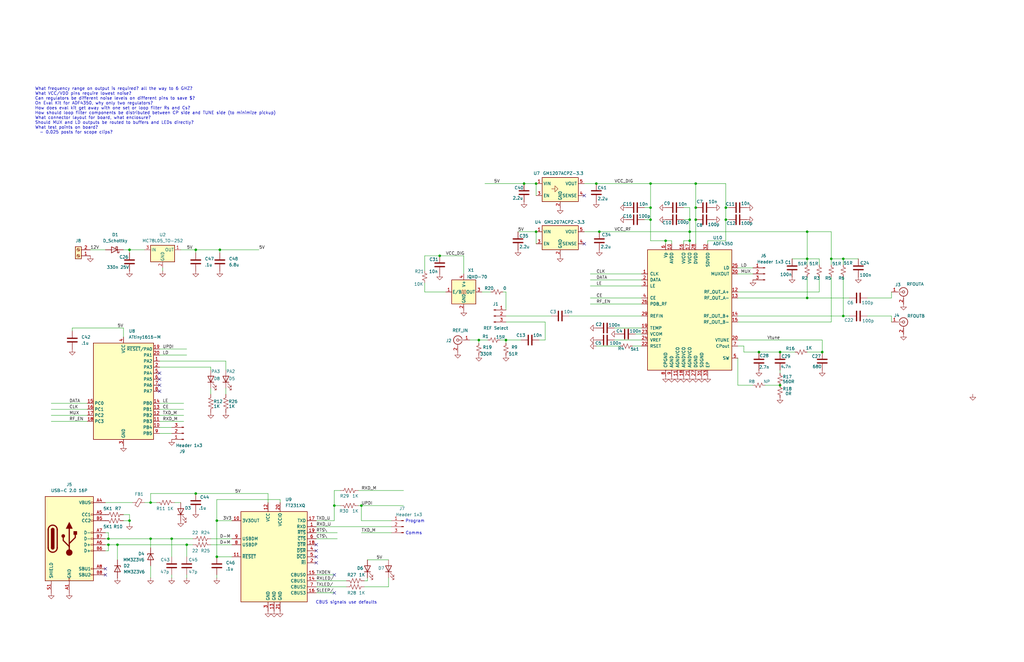
<source format=kicad_sch>
(kicad_sch (version 20231120) (generator "eeschema") (generator_version "8.0")
  (paper "B")
  (junction (at 251.46 77.47))
  (junction (at 340.36 97.79))
  (junction (at 328.93 148.59))
  (junction (at 45.72 227.33))
  (junction (at 306.07 92.71))
  (junction (at 78.74 229.87))
  (junction (at 290.83 97.79))
  (junction (at 274.32 77.47))
  (junction (at 140.97 213.36))
  (junction (at 54.61 105.41))
  (junction (at 328.93 162.56))
  (junction (at 274.32 92.71))
  (junction (at 252.73 97.79))
  (junction (at 63.5 212.09))
  (junction (at 226.06 97.79))
  (junction (at 293.37 77.47))
  (junction (at 201.93 143.51))
  (junction (at 350.52 109.22))
  (junction (at 280.67 101.6))
  (junction (at 213.36 143.51))
  (junction (at 355.6 133.35))
  (junction (at 92.71 105.41))
  (junction (at 340.36 109.22))
  (junction (at 91.44 234.95))
  (junction (at 340.36 125.73))
  (junction (at 49.53 229.87))
  (junction (at 91.44 219.71))
  (junction (at 152.4 213.36))
  (junction (at 72.39 227.33))
  (junction (at 293.37 92.71))
  (junction (at 293.37 87.63))
  (junction (at 355.6 109.22))
  (junction (at 185.42 107.95))
  (junction (at 82.55 105.41))
  (junction (at 274.32 87.63))
  (junction (at 226.06 77.47))
  (junction (at 54.61 219.71))
  (junction (at 63.5 227.33))
  (junction (at 45.72 229.87))
  (junction (at 290.83 92.71))
  (junction (at 346.71 148.59))
  (junction (at 320.04 148.59))
  (junction (at 82.55 208.28))
  (junction (at 290.83 101.6))
  (junction (at 220.98 77.47))
  (junction (at 306.07 87.63))
  (no_connect (at 140.97 250.19))
  (no_connect (at 246.38 102.87))
  (no_connect (at 140.97 242.57))
  (no_connect (at 133.35 237.49))
  (no_connect (at 67.31 160.02))
  (no_connect (at 67.31 157.48))
  (no_connect (at 44.45 240.03))
  (no_connect (at 246.38 82.55))
  (no_connect (at 44.45 242.57))
  (no_connect (at 133.35 229.87))
  (no_connect (at 67.31 162.56))
  (no_connect (at 133.35 232.41))
  (no_connect (at 67.31 165.1))
  (no_connect (at 133.35 234.95))
  (wire (pts (xy 213.36 123.19) (xy 212.09 123.19)))
  (wire (pts (xy 82.55 106.68) (xy 82.55 105.41)))
  (wire (pts (xy 154.94 236.22) (xy 163.83 236.22)))
  (wire (pts (xy 198.12 143.51) (xy 201.93 143.51)))
  (wire (pts (xy 49.53 236.22) (xy 49.53 229.87)))
  (wire (pts (xy 133.35 224.79) (xy 142.24 224.79)))
  (wire (pts (xy 54.61 219.71) (xy 54.61 220.98)))
  (wire (pts (xy 21.59 170.18) (xy 36.83 170.18)))
  (wire (pts (xy 201.93 144.78) (xy 201.93 143.51)))
  (wire (pts (xy 311.15 133.35) (xy 355.6 133.35)))
  (wire (pts (xy 252.73 97.79) (xy 290.83 97.79)))
  (wire (pts (xy 45.72 229.87) (xy 45.72 232.41)))
  (wire (pts (xy 248.92 115.57) (xy 270.51 115.57)))
  (wire (pts (xy 67.31 182.88) (xy 72.39 182.88)))
  (wire (pts (xy 140.97 207.01) (xy 140.97 213.36)))
  (wire (pts (xy 226.06 77.47) (xy 226.06 82.55)))
  (wire (pts (xy 274.32 87.63) (xy 274.32 92.71)))
  (wire (pts (xy 290.83 87.63) (xy 288.29 87.63)))
  (wire (pts (xy 345.44 116.84) (xy 345.44 123.19)))
  (wire (pts (xy 45.72 229.87) (xy 49.53 229.87)))
  (wire (pts (xy 229.87 135.89) (xy 229.87 143.51)))
  (wire (pts (xy 290.83 87.63) (xy 290.83 92.71)))
  (wire (pts (xy 320.04 148.59) (xy 328.93 148.59)))
  (wire (pts (xy 52.07 138.43) (xy 52.07 142.24)))
  (wire (pts (xy 44.45 232.41) (xy 45.72 232.41)))
  (wire (pts (xy 63.5 243.84) (xy 63.5 238.76)))
  (wire (pts (xy 248.92 120.65) (xy 270.51 120.65)))
  (wire (pts (xy 88.9 163.83) (xy 88.9 166.37)))
  (wire (pts (xy 350.52 109.22) (xy 355.6 109.22)))
  (wire (pts (xy 133.35 245.11) (xy 146.05 245.11)))
  (wire (pts (xy 313.69 148.59) (xy 320.04 148.59)))
  (wire (pts (xy 328.93 148.59) (xy 335.28 148.59)))
  (wire (pts (xy 76.2 105.41) (xy 82.55 105.41)))
  (wire (pts (xy 226.06 97.79) (xy 226.06 102.87)))
  (wire (pts (xy 307.34 87.63) (xy 306.07 87.63)))
  (wire (pts (xy 213.36 133.35) (xy 232.41 133.35)))
  (wire (pts (xy 219.71 143.51) (xy 213.36 143.51)))
  (wire (pts (xy 350.52 109.22) (xy 350.52 111.76)))
  (wire (pts (xy 204.47 77.47) (xy 220.98 77.47)))
  (wire (pts (xy 340.36 116.84) (xy 340.36 125.73)))
  (wire (pts (xy 154.94 245.11) (xy 153.67 245.11)))
  (wire (pts (xy 274.32 92.71) (xy 274.32 101.6)))
  (wire (pts (xy 340.36 97.79) (xy 350.52 97.79)))
  (wire (pts (xy 179.07 114.3) (xy 179.07 107.95)))
  (wire (pts (xy 67.31 180.34) (xy 72.39 180.34)))
  (wire (pts (xy 248.92 125.73) (xy 270.51 125.73)))
  (wire (pts (xy 328.93 157.48) (xy 328.93 156.21)))
  (wire (pts (xy 44.45 229.87) (xy 45.72 229.87)))
  (wire (pts (xy 21.59 175.26) (xy 36.83 175.26)))
  (wire (pts (xy 67.31 154.94) (xy 88.9 154.94)))
  (wire (pts (xy 63.5 208.28) (xy 82.55 208.28)))
  (wire (pts (xy 63.5 212.09) (xy 63.5 208.28)))
  (wire (pts (xy 133.35 222.25) (xy 165.1 222.25)))
  (wire (pts (xy 375.92 125.73) (xy 375.92 123.19)))
  (wire (pts (xy 54.61 105.41) (xy 54.61 106.68)))
  (wire (pts (xy 350.52 116.84) (xy 350.52 135.89)))
  (wire (pts (xy 355.6 133.35) (xy 358.14 133.35)))
  (wire (pts (xy 92.71 105.41) (xy 92.71 106.68)))
  (wire (pts (xy 290.83 101.6) (xy 290.83 97.79)))
  (wire (pts (xy 293.37 92.71) (xy 293.37 102.87)))
  (wire (pts (xy 248.92 128.27) (xy 270.51 128.27)))
  (wire (pts (xy 290.83 97.79) (xy 340.36 97.79)))
  (wire (pts (xy 334.01 109.22) (xy 340.36 109.22)))
  (wire (pts (xy 133.35 227.33) (xy 142.24 227.33)))
  (wire (pts (xy 140.97 213.36) (xy 143.51 213.36)))
  (wire (pts (xy 346.71 148.59) (xy 340.36 148.59)))
  (wire (pts (xy 63.5 212.09) (xy 66.04 212.09)))
  (wire (pts (xy 152.4 213.36) (xy 170.18 213.36)))
  (wire (pts (xy 288.29 102.87) (xy 288.29 101.6)))
  (wire (pts (xy 266.7 146.05) (xy 270.51 146.05)))
  (wire (pts (xy 67.31 175.26) (xy 77.47 175.26)))
  (wire (pts (xy 76.2 212.09) (xy 73.66 212.09)))
  (wire (pts (xy 78.74 229.87) (xy 81.28 229.87)))
  (wire (pts (xy 78.74 229.87) (xy 78.74 234.95)))
  (wire (pts (xy 251.46 146.05) (xy 261.62 146.05)))
  (wire (pts (xy 88.9 229.87) (xy 97.79 229.87)))
  (wire (pts (xy 38.1 105.41) (xy 44.45 105.41)))
  (wire (pts (xy 293.37 77.47) (xy 293.37 87.63)))
  (wire (pts (xy 67.31 152.4) (xy 95.25 152.4)))
  (wire (pts (xy 288.29 101.6) (xy 290.83 101.6)))
  (wire (pts (xy 248.92 118.11) (xy 270.51 118.11)))
  (wire (pts (xy 271.78 92.71) (xy 274.32 92.71)))
  (wire (pts (xy 54.61 105.41) (xy 60.96 105.41)))
  (wire (pts (xy 203.2 123.19) (xy 207.01 123.19)))
  (wire (pts (xy 375.92 133.35) (xy 365.76 133.35)))
  (wire (pts (xy 306.07 101.6) (xy 306.07 92.71)))
  (wire (pts (xy 340.36 109.22) (xy 345.44 109.22)))
  (wire (pts (xy 220.98 77.47) (xy 226.06 77.47)))
  (wire (pts (xy 78.74 243.84) (xy 78.74 242.57)))
  (wire (pts (xy 293.37 77.47) (xy 274.32 77.47)))
  (wire (pts (xy 274.32 101.6) (xy 280.67 101.6)))
  (wire (pts (xy 365.76 125.73) (xy 375.92 125.73)))
  (wire (pts (xy 298.45 101.6) (xy 306.07 101.6)))
  (wire (pts (xy 45.72 224.79) (xy 44.45 224.79)))
  (wire (pts (xy 306.07 87.63) (xy 306.07 92.71)))
  (wire (pts (xy 45.72 227.33) (xy 63.5 227.33)))
  (wire (pts (xy 213.36 123.19) (xy 213.36 130.81)))
  (wire (pts (xy 151.13 213.36) (xy 152.4 213.36)))
  (wire (pts (xy 63.5 227.33) (xy 72.39 227.33)))
  (wire (pts (xy 218.44 97.79) (xy 226.06 97.79)))
  (wire (pts (xy 288.29 92.71) (xy 290.83 92.71)))
  (wire (pts (xy 60.96 212.09) (xy 63.5 212.09)))
  (wire (pts (xy 67.31 149.86) (xy 78.74 149.86)))
  (wire (pts (xy 21.59 177.8) (xy 36.83 177.8)))
  (wire (pts (xy 152.4 213.36) (xy 152.4 219.71)))
  (wire (pts (xy 311.15 123.19) (xy 345.44 123.19)))
  (wire (pts (xy 52.07 217.17) (xy 54.61 217.17)))
  (wire (pts (xy 154.94 243.84) (xy 154.94 245.11)))
  (wire (pts (xy 45.72 224.79) (xy 45.72 227.33)))
  (wire (pts (xy 72.39 227.33) (xy 72.39 234.95)))
  (wire (pts (xy 52.07 219.71) (xy 54.61 219.71)))
  (wire (pts (xy 290.83 102.87) (xy 290.83 101.6)))
  (wire (pts (xy 311.15 115.57) (xy 317.5 115.57)))
  (wire (pts (xy 251.46 77.47) (xy 274.32 77.47)))
  (wire (pts (xy 113.03 208.28) (xy 113.03 212.09)))
  (wire (pts (xy 179.07 119.38) (xy 179.07 123.19)))
  (wire (pts (xy 67.31 177.8) (xy 77.47 177.8)))
  (wire (pts (xy 44.45 212.09) (xy 55.88 212.09)))
  (wire (pts (xy 95.25 163.83) (xy 95.25 166.37)))
  (wire (pts (xy 307.34 92.71) (xy 306.07 92.71)))
  (wire (pts (xy 311.15 151.13) (xy 311.15 162.56)))
  (wire (pts (xy 271.78 87.63) (xy 274.32 87.63)))
  (wire (pts (xy 91.44 234.95) (xy 91.44 219.71)))
  (wire (pts (xy 82.55 208.28) (xy 113.03 208.28)))
  (wire (pts (xy 311.15 162.56) (xy 317.5 162.56)))
  (wire (pts (xy 21.59 172.72) (xy 36.83 172.72)))
  (wire (pts (xy 95.25 152.4) (xy 95.25 156.21)))
  (wire (pts (xy 322.58 162.56) (xy 328.93 162.56)))
  (wire (pts (xy 293.37 87.63) (xy 293.37 92.71)))
  (wire (pts (xy 229.87 135.89) (xy 213.36 135.89)))
  (wire (pts (xy 259.08 138.43) (xy 270.51 138.43)))
  (wire (pts (xy 140.97 242.57) (xy 133.35 242.57)))
  (wire (pts (xy 72.39 227.33) (xy 81.28 227.33)))
  (wire (pts (xy 283.21 102.87) (xy 283.21 101.6)))
  (wire (pts (xy 283.21 101.6) (xy 280.67 101.6)))
  (wire (pts (xy 91.44 210.82) (xy 91.44 219.71)))
  (wire (pts (xy 306.07 77.47) (xy 293.37 77.47)))
  (wire (pts (xy 72.39 243.84) (xy 72.39 242.57)))
  (wire (pts (xy 340.36 111.76) (xy 340.36 109.22)))
  (wire (pts (xy 163.83 243.84) (xy 163.83 247.65)))
  (wire (pts (xy 355.6 111.76) (xy 355.6 109.22)))
  (wire (pts (xy 67.31 172.72) (xy 77.47 172.72)))
  (wire (pts (xy 91.44 219.71) (xy 97.79 219.71)))
  (wire (pts (xy 259.08 143.51) (xy 270.51 143.51)))
  (wire (pts (xy 54.61 217.17) (xy 54.61 219.71)))
  (wire (pts (xy 340.36 125.73) (xy 358.14 125.73)))
  (wire (pts (xy 67.31 147.32) (xy 78.74 147.32)))
  (wire (pts (xy 91.44 210.82) (xy 118.11 210.82)))
  (wire (pts (xy 274.32 77.47) (xy 274.32 87.63)))
  (wire (pts (xy 140.97 213.36) (xy 140.97 219.71)))
  (wire (pts (xy 375.92 135.89) (xy 375.92 133.35)))
  (wire (pts (xy 185.42 107.95) (xy 195.58 107.95)))
  (wire (pts (xy 140.97 250.19) (xy 133.35 250.19)))
  (wire (pts (xy 246.38 77.47) (xy 251.46 77.47)))
  (wire (pts (xy 201.93 143.51) (xy 205.74 143.51)))
  (wire (pts (xy 91.44 243.84) (xy 91.44 242.57)))
  (wire (pts (xy 350.52 97.79) (xy 350.52 109.22)))
  (wire (pts (xy 63.5 227.33) (xy 63.5 231.14)))
  (wire (pts (xy 140.97 207.01) (xy 143.51 207.01)))
  (wire (pts (xy 346.71 143.51) (xy 346.71 148.59)))
  (wire (pts (xy 355.6 116.84) (xy 355.6 133.35)))
  (wire (pts (xy 91.44 234.95) (xy 97.79 234.95)))
  (wire (pts (xy 290.83 92.71) (xy 290.83 97.79)))
  (wire (pts (xy 151.13 207.01) (xy 170.18 207.01)))
  (wire (pts (xy 350.52 135.89) (xy 311.15 135.89)))
  (wire (pts (xy 340.36 125.73) (xy 311.15 125.73)))
  (wire (pts (xy 179.07 123.19) (xy 187.96 123.19)))
  (wire (pts (xy 210.82 143.51) (xy 213.36 143.51)))
  (wire (pts (xy 179.07 107.95) (xy 185.42 107.95)))
  (wire (pts (xy 118.11 210.82) (xy 118.11 212.09)))
  (wire (pts (xy 52.07 138.43) (xy 30.48 138.43)))
  (wire (pts (xy 92.71 105.41) (xy 109.22 105.41)))
  (wire (pts (xy 306.07 87.63) (xy 306.07 77.47)))
  (wire (pts (xy 44.45 227.33) (xy 45.72 227.33)))
  (wire (pts (xy 246.38 97.79) (xy 252.73 97.79)))
  (wire (pts (xy 165.1 219.71) (xy 152.4 219.71)))
  (wire (pts (xy 88.9 154.94) (xy 88.9 156.21)))
  (wire (pts (xy 213.36 143.51) (xy 213.36 144.78)))
  (wire (pts (xy 340.36 97.79) (xy 340.36 109.22)))
  (wire (pts (xy 280.67 101.6) (xy 280.67 102.87)))
  (wire (pts (xy 68.58 114.3) (xy 68.58 113.03)))
  (wire (pts (xy 311.15 113.03) (xy 317.5 113.03)))
  (wire (pts (xy 82.55 105.41) (xy 92.71 105.41)))
  (wire (pts (xy 313.69 148.59) (xy 313.69 146.05)))
  (wire (pts (xy 153.67 247.65) (xy 163.83 247.65)))
  (wire (pts (xy 311.15 143.51) (xy 346.71 143.51)))
  (wire (pts (xy 30.48 138.43) (xy 30.48 139.7)))
  (wire (pts (xy 355.6 109.22) (xy 361.95 109.22)))
  (wire (pts (xy 133.35 247.65) (xy 146.05 247.65)))
  (wire (pts (xy 140.97 219.71) (xy 133.35 219.71)))
  (wire (pts (xy 49.53 229.87) (xy 78.74 229.87)))
  (wire (pts (xy 313.69 146.05) (xy 311.15 146.05)))
  (wire (pts (xy 240.03 133.35) (xy 270.51 133.35)))
  (wire (pts (xy 67.31 170.18) (xy 77.47 170.18)))
  (wire (pts (xy 267.97 140.97) (xy 270.51 140.97)))
  (wire (pts (xy 298.45 102.87) (xy 298.45 101.6)))
  (wire (pts (xy 152.4 224.79) (xy 165.1 224.79)))
  (wire (pts (xy 88.9 227.33) (xy 97.79 227.33)))
  (wire (pts (xy 345.44 109.22) (xy 345.44 111.76)))
  (wire (pts (xy 229.87 143.51) (xy 227.33 143.51)))
  (wire (pts (xy 54.61 105.41) (xy 52.07 105.41)))
  (wire (pts (xy 195.58 107.95) (xy 195.58 115.57)))
  (text "Comms" (at 174.498 225.044 0) (effects (font (size 1.27 1.27))))
  (text "CBUS signals use defaults\n" (at 146.05 254.254 0) (effects (font (size 1.27 1.27))))
  (text "What frequency range on output is required? all the way to 6 GHZ?\nWhat VCC/VDD pins require lowest noise? \nCan regulators be different noise levels on different pins to save $?\nOn Eval Kit for ADF4350, why only two regulators?\nHow does eval kit get away with one set or loop filter Rs and Cs?\nHow should loop filter components be distributed between CP side and TUNE side (to minimize pickup)\nWhat connector layout for board, what enclosure?\nShould MUX and LD outputs be routed to buffers and LEDs directly?\nWhat test points on board?  \n  - 0.025 posts for scope clips?\n" (at 14.732 46.736 0) (effects (font (size 1.27 1.27)) (justify left)))
  (text "Program" (at 175.006 219.964 0) (effects (font (size 1.27 1.27))))
  (label "D-M" (at 92.71 227.33 0))
  (label "TXD_M" (at 152.4 224.79 0))
  (label "LD" (at 312.42 113.03 0))
  (label "5V" (at 208.28 77.47 0))
  (label "CTS\\" (at 133.35 227.33 0))
  (label "LD" (at 68.58 149.86 0))
  (label "5V" (at 49.53 138.43 0))
  (label "TXD_M" (at 68.58 175.26 0))
  (label "VCC_DIG" (at 259.08 77.47 0))
  (label "CE" (at 251.46 125.73 0))
  (label "LE" (at 251.46 120.65 0))
  (label "CE" (at 68.58 172.72 0))
  (label "5V" (at 158.75 236.22 0))
  (label "RF_EN" (at 251.46 128.27 0))
  (label "CLK" (at 251.46 115.57 0))
  (label "TXDEN" (at 133.35 242.57 0))
  (label "RXD_M" (at 68.58 177.8 0))
  (label "VCC_DIG" (at 187.96 107.95 0))
  (label "RXLED{slash}" (at 133.35 245.11 0))
  (label "VCC_RF" (at 259.08 97.79 0))
  (label "3V3" (at 93.98 219.71 0))
  (label "DATA" (at 29.21 170.18 0))
  (label "RXD_M" (at 152.4 207.01 0))
  (label "UPDI" (at 68.58 147.32 0))
  (label "SLEEP{slash}" (at 133.35 250.19 0))
  (label "12V" (at 38.1 105.41 0))
  (label "5V" (at 78.74 105.41 0))
  (label "LE" (at 68.58 170.18 0))
  (label "DATA" (at 251.46 118.11 0))
  (label "CLK" (at 29.21 172.72 0))
  (label "TXD_U" (at 133.35 219.71 0))
  (label "RXD_U" (at 133.35 222.25 0))
  (label "RF_EN" (at 29.21 177.8 0))
  (label "RTS\\" (at 133.35 224.79 0))
  (label "5V" (at 109.22 105.41 0))
  (label "MUX" (at 29.21 175.26 0))
  (label "Vtune" (at 328.93 143.51 180))
  (label "D+M" (at 92.71 229.87 0))
  (label "UPDI" (at 152.4 213.36 0))
  (label "TXLED{slash}" (at 133.35 247.65 0))
  (label "5V" (at 99.06 208.28 0))
  (label "5V" (at 218.44 97.79 0))
  (label "MUX" (at 312.42 115.57 0))
  (symbol (lib_id "Device:LED") (at 88.9 160.02 90) (unit 1)
    (property "Reference" "D8" (at 91.44 159.766 90))
    (property "Value" "PA3" (at 90.932 156.718 90))
    (property "Footprint" "LED_SMD:LED_0402_1005Metric" (effects (hide yes)))
    (property "Description" "Light emitting diode" (effects (hide yes)))
    (property "LCSC" "C2290" (effects (hide yes)))
  )
  (symbol (lib_id "Oscillator:IQXO-70") (at 195.58 123.19 0) (unit 1)
    (property "Reference" "X1" (at 198.628 114.046 0))
    (property "Value" "IQXO-70" (at 201.168 116.84 0))
    (property "Footprint" "Synthesizer:Oscillator_SMD_IQD_IQXO70-4Pin_7.5x5.0mm" (effects (hide yes)))
    (property "Datasheet" "http://www.iqdfrequencyproducts.com/products/details/iqxo-70-11-30.pdf" (effects (hide yes)))
    (property "Description" "Crystal Clock Oscillator, SMD package 7.5x5.0mm²" (effects (hide yes)))
  )
  (symbol (lib_id "Device:C") (at 284.48 87.63 270) (unit 1)
    (property "Reference" "C9" (at 279.908 85.852 90) (effects (justify left)))
    (property "Value" "10n" (at 286.004 86.106 90) (effects (justify left)))
    (property "Footprint" "Synthesizer:Cap_0402" (effects (hide yes)))
    (property "Description" "Unpolarized capacitor" (effects (hide yes)))
  )
  (symbol (lib_id "power:GND") (at 92.71 114.3 0) (unit 1)
    (property "Reference" "#PWR031" (effects (hide yes)))
    (property "Value" "GND" (effects (hide yes)))
    (property "Description" "Power symbol creates a global label with name \"GND\" , ground" (effects (hide yes)))
  )
  (symbol (lib_id "Device:C") (at 92.71 110.49 0) (unit 1)
    (property "Reference" "C48" (at 96.52 109.2199 0) (effects (justify left)))
    (property "Value" "6.8u" (at 96.52 111.7599 0) (effects (justify left)))
    (property "Footprint" "Capacitor_SMD:C_0603_1608Metric" (effects (hide yes)))
    (property "Description" "Unpolarized capacitor" (effects (hide yes)))
    (property "LCSC" "C338096" (effects (hide yes)))
  )
  (symbol (lib_id "power:GND") (at 280.67 87.63 270) (unit 1)
    (property "Reference" "#PWR02" (effects (hide yes)))
    (property "Value" "GND" (effects (hide yes)))
    (property "Description" "Power symbol creates a global label with name \"GND\" , ground" (effects (hide yes)))
  )
  (symbol (lib_id "power:GND") (at 300.99 92.71 90) (unit 1)
    (property "Reference" "#PWR027" (effects (hide yes)))
    (property "Value" "GND" (effects (hide yes)))
    (property "Description" "Power symbol creates a global label with name \"GND\" , ground" (effects (hide yes)))
  )
  (symbol (lib_id "Device:R_Small_US") (at 320.04 162.56 270) (mirror x) (unit 1)
    (property "Reference" "R8" (at 316.992 161.036 90))
    (property "Value" "NP" (at 323.342 161.036 90))
    (property "Footprint" "Resistor_SMD:R_0805_2012Metric" (effects (hide yes)))
    (property "Description" "Resistor, small US symbol" (effects (hide yes)))
  )
  (symbol (lib_id "Device:C") (at 223.52 143.51 270) (mirror x) (unit 1)
    (property "Reference" "C13" (at 217.678 141.478 90) (effects (justify left)))
    (property "Value" "10n" (at 224.79 141.478 90) (effects (justify left)))
    (property "Footprint" "Synthesizer:Cap_0402" (effects (hide yes)))
    (property "Description" "Unpolarized capacitor" (effects (hide yes)))
  )
  (symbol (lib_id "power:GND") (at 29.21 250.19 0) (unit 1)
    (property "Reference" "#PWR061" (effects (hide yes)))
    (property "Value" "GND" (effects (hide yes)))
    (property "Description" "Power symbol creates a global label with name \"GND\" , ground" (effects (hide yes)))
  )
  (symbol (lib_id "power:GND") (at 251.46 143.51 270) (unit 1)
    (property "Reference" "#PWR010" (effects (hide yes)))
    (property "Value" "GND" (effects (hide yes)))
    (property "Description" "Power symbol creates a global label with name \"GND\" , ground" (effects (hide yes)))
  )
  (symbol (lib_id "Device:D_Schottky") (at 48.26 105.41 180) (unit 1)
    (property "Reference" "D1" (at 48.5775 99.06 0))
    (property "Value" "D_Schottky" (at 48.5775 101.6 0))
    (property "Footprint" "Diode_SMD:D_0603_1608Metric" (effects (hide yes)))
    (property "Description" "Schottky diode" (effects (hide yes)))
    (property "Sim.Pins" "1=K 2=A" (effects (hide yes)))
    (property "LCSC" "C143772" (effects (hide yes)))
  )
  (symbol (lib_id "power:GND") (at 320.04 156.21 0) (unit 1)
    (property "Reference" "#PWR06" (effects (hide yes)))
    (property "Value" "GND" (effects (hide yes)))
    (property "Description" "Power symbol creates a global label with name \"GND\" , ground" (effects (hide yes)))
  )
  (symbol (lib_id "Device:C") (at 361.95 125.73 90) (mirror x) (unit 1)
    (property "Reference" "C6" (at 359.918 127.762 90) (effects (justify left)))
    (property "Value" "100p" (at 368.3 127.762 90) (effects (justify left)))
    (property "Footprint" "Synthesizer:Cap_0402" (effects (hide yes)))
    (property "Description" "Unpolarized capacitor" (effects (hide yes)))
  )
  (symbol (lib_id "Synthesizer:GM1207ACPZ-3.3") (at 236.22 80.01 0) (unit 1)
    (property "Reference" "U7" (at 226.314 73.152 0))
    (property "Value" "GM1207ACPZ-3.3" (at 237.49 73.152 0))
    (property "Footprint" "Package_TO_SOT_SMD:SOT-23-5" (effects (hide yes)))
  )
  (symbol (lib_id "power:GND") (at 213.36 149.86 0) (mirror y) (unit 1)
    (property "Reference" "#PWR09" (effects (hide yes)))
    (property "Value" "GND" (effects (hide yes)))
    (property "Description" "Power symbol creates a global label with name \"GND\" , ground" (effects (hide yes)))
  )
  (symbol (lib_id "power:GND") (at 218.44 105.41 0) (unit 1)
    (property "Reference" "#PWR046" (effects (hide yes)))
    (property "Value" "GND" (effects (hide yes)))
    (property "Description" "Power symbol creates a global label with name \"GND\" , ground" (effects (hide yes)))
  )
  (symbol (lib_id "Device:R_Small_US") (at 264.16 146.05 90) (unit 1)
    (property "Reference" "R4" (at 261.874 147.066 90))
    (property "Value" "5k1" (at 267.716 147.32 90))
    (property "Footprint" "Synthesizer:Res_0402" (effects (hide yes)))
    (property "Description" "Resistor, small US symbol" (effects (hide yes)))
    (property "LCSC" "C144745" (effects (hide yes)))
  )
  (symbol (lib_id "power:GND") (at 82.55 114.3 0) (unit 1)
    (property "Reference" "#PWR030" (effects (hide yes)))
    (property "Value" "GND" (effects (hide yes)))
    (property "Description" "Power symbol creates a global label with name \"GND\" , ground" (effects (hide yes)))
  )
  (symbol (lib_id "Device:C") (at 54.61 110.49 0) (unit 1)
    (property "Reference" "C26" (at 50.292 108.458 0) (effects (justify left)))
    (property "Value" "330n 25V" (at 44.958 112.776 0) (effects (justify left)))
    (property "Footprint" "Capacitor_SMD:C_0603_1608Metric" (effects (hide yes)))
    (property "Description" "Unpolarized capacitor" (effects (hide yes)))
  )
  (symbol (lib_id "Device:R_US") (at 88.9 170.18 0) (mirror y) (unit 1)
    (property "Reference" "R12" (at 91.948 169.418 0))
    (property "Value" "1K" (at 91.44 171.45 0))
    (property "Footprint" "Synthesizer:Res_0402" (effects (hide yes)))
    (property "Description" "Resistor, US symbol" (effects (hide yes)))
    (property "LCSC" "C21190" (effects (hide yes)))
  )
  (symbol (lib_id "power:GND") (at 293.37 158.75 0) (mirror y) (unit 1)
    (property "Reference" "#PWR038" (effects (hide yes)))
    (property "Value" "GND" (effects (hide yes)))
    (property "Description" "Power symbol creates a global label with name \"GND\" , ground" (effects (hide yes)))
  )
  (symbol (lib_id "Device:C") (at 78.74 238.76 0) (unit 1)
    (property "Reference" "C45" (at 79.502 236.22 0) (effects (justify left)))
    (property "Value" "47p" (at 79.502 241.3 0) (effects (justify left)))
    (property "Footprint" "Synthesizer:Cap_0402" (effects (hide yes)))
    (property "Description" "Unpolarized capacitor" (effects (hide yes)))
    (property "LCSC" "C1671" (effects (hide yes)))
  )
  (symbol (lib_id "power:GND") (at 264.16 92.71 270) (unit 1)
    (property "Reference" "#PWR025" (effects (hide yes)))
    (property "Value" "GND" (effects (hide yes)))
    (property "Description" "Power symbol creates a global label with name \"GND\" , ground" (effects (hide yes)))
  )
  (symbol (lib_id "Device:C") (at 284.48 92.71 90) (mirror x) (unit 1)
    (property "Reference" "C10" (at 283.21 93.98 90) (effects (justify left)))
    (property "Value" "100p" (at 290.576 93.726 90) (effects (justify left)))
    (property "Footprint" "Synthesizer:Cap_0402" (effects (hide yes)))
    (property "Description" "Unpolarized capacitor" (effects (hide yes)))
  )
  (symbol (lib_id "Connector:Screw_Terminal_01x02") (at 33.02 107.95 180) (unit 1)
    (property "Reference" "J8" (at 33.02 101.6 0))
    (property "Value" "Screw_Terminal_01x12" (effects (hide yes)))
    (property "Footprint" "TerminalBlock_TE-Connectivity:TerminalBlock_TE_282834-2_1x02_P2.54mm_Horizontal" (effects (hide yes)))
    (property "Description" "Generic screw terminal, single row, 01x02, script generated (kicad-library-utils/schlib/autogen/connector/)" (effects (hide yes)))
    (property "LCSC" "C5188451" (effects (hide yes)))
  )
  (symbol (lib_id "Synthesizer:GM1207ACPZ-3.3") (at 236.22 100.33 0) (unit 1)
    (property "Reference" "U4" (at 226.822 93.726 0))
    (property "Value" "GM1207ACPZ-3.3" (at 237.998 93.726 0))
    (property "Footprint" "Package_TO_SOT_SMD:SOT-23-5" (effects (hide yes)))
  )
  (symbol (lib_id "Device:R_US") (at 48.26 219.71 270) (mirror x) (unit 1)
    (property "Reference" "R10" (at 49.784 222.25 90))
    (property "Value" "5K1" (at 45.466 222.25 90))
    (property "Footprint" "Synthesizer:Res_0402" (effects (hide yes)))
    (property "Description" "Resistor, US symbol" (effects (hide yes)))
    (property "LCSC" "C23186" (effects (hide yes)))
  )
  (symbol (lib_id "Device:C") (at 91.44 238.76 0) (unit 1)
    (property "Reference" "C46" (at 95.25 237.4899 0) (effects (justify left)))
    (property "Value" ".1u" (at 95.25 240.0299 0) (effects (justify left)))
    (property "Footprint" "Synthesizer:Cap_0402" (effects (hide yes)))
    (property "Description" "Unpolarized capacitor" (effects (hide yes)))
    (property "LCSC" "C14663" (effects (hide yes)))
  )
  (symbol (lib_id "power:GND") (at 54.61 220.98 0) (unit 1)
    (property "Reference" "#PWR064" (effects (hide yes)))
    (property "Value" "GND" (effects (hide yes)))
    (property "Description" "Power symbol creates a global label with name \"GND\" , ground" (effects (hide yes)))
  )
  (symbol (lib_id "Device:C") (at 328.93 152.4 0) (unit 1)
    (property "Reference" "C29" (at 329.438 150.368 0) (effects (justify left)))
    (property "Value" "4.7n" (at 329.184 154.686 0) (effects (justify left)))
    (property "Footprint" "Capacitor_SMD:C_0805_2012Metric" (effects (hide yes)))
    (property "Description" "Unpolarized capacitor" (effects (hide yes)))
  )
  (symbol (lib_id "power:GND") (at 298.45 158.75 0) (mirror y) (unit 1)
    (property "Reference" "#PWR070" (effects (hide yes)))
    (property "Value" "GND" (effects (hide yes)))
    (property "Description" "Power symbol creates a global label with name \"GND\" , ground" (effects (hide yes)))
  )
  (symbol (lib_id "power:GND") (at 201.93 149.86 0) (mirror y) (unit 1)
    (property "Reference" "#PWR036" (effects (hide yes)))
    (property "Value" "GND" (effects (hide yes)))
    (property "Description" "Power symbol creates a global label with name \"GND\" , ground" (effects (hide yes)))
  )
  (symbol (lib_id "Device:FerriteBead_Small") (at 58.42 212.09 90) (unit 1)
    (property "Reference" "FB1" (at 58.674 208.534 90))
    (property "Value" "FerriteBead_Small" (effects (hide yes)))
    (property "Footprint" "Inductor_SMD:L_0805_2012Metric" (effects (hide yes)))
    (property "Description" "Ferrite bead, small symbol" (effects (hide yes)))
    (property "LCSC" "C1017" (effects (hide yes)))
  )
  (symbol (lib_id "Device:R_Small_US") (at 337.82 148.59 90) (mirror x) (unit 1)
    (property "Reference" "R16" (at 333.248 147.066 90))
    (property "Value" "1K" (at 341.122 146.812 90))
    (property "Footprint" "Resistor_SMD:R_0805_2012Metric" (effects (hide yes)))
    (property "Description" "Resistor, small US symbol" (effects (hide yes)))
  )
  (symbol (lib_id "Regulator_Linear:MC78L05_SOT89") (at 68.58 105.41 0) (unit 1)
    (property "Reference" "U2" (at 68.58 99.06 0))
    (property "Value" "MC78L05_TO-252" (at 68.58 101.6 0))
    (property "Footprint" "Package_TO_SOT_SMD:TO-252-2" (effects (hide yes)))
    (property "Datasheet" "https://www.onsemi.com/pub/Collateral/MC78L00A-D.PDF" (effects (hide yes)))
    (property "Description" "Positive 100mA 30V Linear Regulator, Fixed Output 5V, SOT-89" (effects (hide yes)))
    (property "LCSC" "C42738" (effects (hide yes)))
  )
  (symbol (lib_id "power:GND") (at 236.22 87.63 0) (unit 1)
    (property "Reference" "#PWR056" (effects (hide yes)))
    (property "Value" "GND" (effects (hide yes)))
    (property "Description" "Power symbol creates a global label with name \"GND\" , ground" (effects (hide yes)))
  )
  (symbol (lib_id "power:GND") (at 410.21 166.37 0) (unit 1)
    (property "Reference" "#PWR048" (effects (hide yes)))
    (property "Value" "GND" (effects (hide yes)))
    (property "Description" "Power symbol creates a global label with name \"GND\" , ground" (effects (hide yes)))
  )
  (symbol (lib_id "power:GND") (at 63.5 243.84 0) (unit 1)
    (property "Reference" "#PWR066" (effects (hide yes)))
    (property "Value" "GND" (effects (hide yes)))
    (property "Description" "Power symbol creates a global label with name \"GND\" , ground" (effects (hide yes)))
  )
  (symbol (lib_id "power:GND") (at 91.44 243.84 0) (unit 1)
    (property "Reference" "#PWR071" (effects (hide yes)))
    (property "Value" "GND" (effects (hide yes)))
    (property "Description" "Power symbol creates a global label with name \"GND\" , ground" (effects (hide yes)))
  )
  (symbol (lib_id "Device:R_US") (at 69.85 212.09 270) (mirror x) (unit 1)
    (property "Reference" "R11" (at 67.818 214.63 90))
    (property "Value" "1K" (at 71.882 214.63 90))
    (property "Footprint" "Synthesizer:Res_0402" (effects (hide yes)))
    (property "Description" "Resistor, US symbol" (effects (hide yes)))
    (property "LCSC" "C21190" (effects (hide yes)))
  )
  (symbol (lib_id "power:GND") (at 82.55 215.9 0) (unit 1)
    (property "Reference" "#PWR068" (effects (hide yes)))
    (property "Value" "GND" (effects (hide yes)))
    (property "Description" "Power symbol creates a global label with name \"GND\" , ground" (effects (hide yes)))
  )
  (symbol (lib_id "Device:R_Small_US") (at 201.93 147.32 0) (mirror y) (unit 1)
    (property "Reference" "R19" (at 205.486 146.558 0))
    (property "Value" "330R" (at 204.978 149.352 0))
    (property "Footprint" "Synthesizer:Res_0402" (effects (hide yes)))
    (property "Description" "Resistor, small US symbol" (effects (hide yes)))
  )
  (symbol (lib_id "power:GND") (at 195.58 130.81 0) (unit 1)
    (property "Reference" "#PWR039" (effects (hide yes)))
    (property "Value" "GND" (effects (hide yes)))
    (property "Description" "Power symbol creates a global label with name \"GND\" , ground" (effects (hide yes)))
  )
  (symbol (lib_id "power:GND") (at 54.61 114.3 0) (unit 1)
    (property "Reference" "#PWR022" (effects (hide yes)))
    (property "Value" "GND" (effects (hide yes)))
    (property "Description" "Power symbol creates a global label with name \"GND\" , ground" (effects (hide yes)))
  )
  (symbol (lib_id "Device:C") (at 82.55 110.49 0) (unit 1)
    (property "Reference" "C47" (at 86.36 109.2199 0) (effects (justify left)))
    (property "Value" ".1u" (at 86.36 111.76 0) (effects (justify left)))
    (property "Footprint" "Synthesizer:Cap_0402" (effects (hide yes)))
    (property "Description" "Unpolarized capacitor" (effects (hide yes)))
    (property "LCSC" "C14663" (effects (hide yes)))
  )
  (symbol (lib_id "Device:R_US") (at 95.25 170.18 0) (mirror y) (unit 1)
    (property "Reference" "R26" (at 98.298 169.418 0))
    (property "Value" "1K" (at 97.79 171.45 0))
    (property "Footprint" "Synthesizer:Res_0402" (effects (hide yes)))
    (property "Description" "Resistor, US symbol" (effects (hide yes)))
    (property "LCSC" "C21190" (effects (hide yes)))
  )
  (symbol (lib_id "power:GND") (at 381 128.27 0) (unit 1)
    (property "Reference" "#PWR04" (effects (hide yes)))
    (property "Value" "GND" (effects (hide yes)))
    (property "Description" "Power symbol creates a global label with name \"GND\" , ground" (effects (hide yes)))
  )
  (symbol (lib_id "Connector:USB_C_Receptacle_USB2.0_16P") (at 29.21 227.33 0) (unit 1)
    (property "Reference" "J5" (at 29.21 204.47 0))
    (property "Value" "USB-C 2.0 16P" (at 29.21 207.01 0))
    (property "Footprint" "Synthesizer:USB_C_Receptacle_G-Switch_GT-USB-7010ASV" (effects (hide yes)))
    (property "Datasheet" "https://www.usb.org/sites/default/files/documents/usb_type-c.zip" (effects (hide yes)))
    (property "Description" "USB 2.0-only 16P Type-C Receptacle connector" (effects (hide yes)))
    (property "LCSC" "C2988369" (effects (hide yes)))
  )
  (symbol (lib_id "power:GND") (at 52.07 187.96 0) (unit 1)
    (property "Reference" "#PWR062" (effects (hide yes)))
    (property "Value" "GND" (effects (hide yes)))
    (property "Description" "Power symbol creates a global label with name \"GND\" , ground" (effects (hide yes)))
  )
  (symbol (lib_id "power:GND") (at 280.67 92.71 270) (unit 1)
    (property "Reference" "#PWR05" (effects (hide yes)))
    (property "Value" "GND" (effects (hide yes)))
    (property "Description" "Power symbol creates a global label with name \"GND\" , ground" (effects (hide yes)))
  )
  (symbol (lib_id "power:GND") (at 381 140.97 0) (unit 1)
    (property "Reference" "#PWR042" (effects (hide yes)))
    (property "Value" "GND" (effects (hide yes)))
    (property "Description" "Power symbol creates a global label with name \"GND\" , ground" (effects (hide yes)))
  )
  (symbol (lib_id "Device:R_US") (at 48.26 217.17 270) (unit 1)
    (property "Reference" "R7" (at 49.784 214.63 90))
    (property "Value" "5K1" (at 45.466 214.63 90))
    (property "Footprint" "Synthesizer:Res_0402" (effects (hide yes)))
    (property "Description" "Resistor, US symbol" (effects (hide yes)))
    (property "LCSC" "C23186" (effects (hide yes)))
  )
  (symbol (lib_id "Connector:Conn_01x03_Pin") (at 322.58 115.57 0) (mirror y) (unit 1)
    (property "Reference" "J6" (at 321.945 107.95 0))
    (property "Value" "Header 1x3" (at 324.866 110.49 0))
    (property "Footprint" "Connector_PinHeader_2.54mm:PinHeader_1x03_P2.54mm_Vertical" (effects (hide yes)))
    (property "Description" "Generic connector, single row, 01x03, script generated" (effects (hide yes)))
    (property "LCSC" "C6332196" (effects (hide yes)))
  )
  (symbol (lib_id "power:GND") (at 334.01 116.84 0) (unit 1)
    (property "Reference" "#PWR01" (effects (hide yes)))
    (property "Value" "GND" (effects (hide yes)))
    (property "Description" "Power symbol creates a global label with name \"GND\" , ground" (effects (hide yes)))
  )
  (symbol (lib_id "MCU_Microchip_ATtiny:ATtiny1616-M") (at 52.07 165.1 0) (unit 1)
    (property "Reference" "U8" (at 54.2641 139.7 0) (effects (justify left)))
    (property "Value" "ATtiny1616-M" (at 54.2641 142.24 0) (effects (justify left)))
    (property "Footprint" "Package_DFN_QFN:VQFN-20-1EP_3x3mm_P0.4mm_EP1.7x1.7mm" (effects (hide yes)))
    (property "Datasheet" "http://ww1.microchip.com/downloads/en/DeviceDoc/ATtiny3216_ATtiny1616-data-sheet-40001997B.pdf" (effects (hide yes)))
    (property "Description" "20MHz, 16kB Flash, 2kB SRAM, 256B EEPROM, VQFN-20" (effects (hide yes)))
    (property "LCSC" "C507118" (effects (hide yes)))
  )
  (symbol (lib_id "power:GND") (at 68.58 114.3 0) (unit 1)
    (property "Reference" "#PWR023" (effects (hide yes)))
    (property "Value" "GND" (effects (hide yes)))
    (property "Description" "Power symbol creates a global label with name \"GND\" , ground" (effects (hide yes)))
  )
  (symbol (lib_id "Device:R_Small_US") (at 328.93 160.02 0) (unit 1)
    (property "Reference" "R17" (at 331.978 159.004 0))
    (property "Value" "560R" (at 332.486 161.036 0))
    (property "Footprint" "Resistor_SMD:R_0805_2012Metric" (effects (hide yes)))
    (property "Description" "Resistor, small US symbol" (effects (hide yes)))
  )
  (symbol (lib_id "Device:C") (at 252.73 101.6 0) (unit 1)
    (property "Reference" "C34" (at 253.746 99.06 0) (effects (justify left)))
    (property "Value" "2.2u" (at 253.238 104.14 0) (effects (justify left)))
    (property "Footprint" "Synthesizer:Cap_0402" (effects (hide yes)))
    (property "Description" "Unpolarized capacitor" (effects (hide yes)))
    (property "LCSC" "C12530" (effects (hide yes)))
  )
  (symbol (lib_id "Device:R_Small_US") (at 328.93 165.1 0) (unit 1)
    (property "Reference" "R18" (at 331.978 164.084 0))
    (property "Value" "0R" (at 332.486 166.116 0))
    (property "Footprint" "Resistor_SMD:R_0805_2012Metric" (effects (hide yes)))
    (property "Description" "Resistor, small US symbol" (effects (hide yes)))
  )
  (symbol (lib_id "power:GND") (at 251.46 146.05 270) (unit 1)
    (property "Reference" "#PWR019" (effects (hide yes)))
    (property "Value" "GND" (effects (hide yes)))
    (property "Description" "Power symbol creates a global label with name \"GND\" , ground" (effects (hide yes)))
  )
  (symbol (lib_id "Device:R_US") (at 149.86 247.65 90) (unit 1)
    (property "Reference" "R28" (at 148.336 250.19 90))
    (property "Value" "1K" (at 152.654 250.19 90))
    (property "Footprint" "Synthesizer:Res_0402" (effects (hide yes)))
    (property "Description" "Resistor, US symbol" (effects (hide yes)))
    (property "LCSC" "C21190" (effects (hide yes)))
  )
  (symbol (lib_id "Device:C") (at 334.01 113.03 0) (unit 1)
    (property "Reference" "C1" (at 330.962 110.744 0) (effects (justify left)))
    (property "Value" "100n" (at 328.93 115.824 0) (effects (justify left)))
    (property "Footprint" "Synthesizer:Cap_0402" (effects (hide yes)))
    (property "Description" "Unpolarized capacitor" (effects (hide yes)))
  )
  (symbol (lib_id "power:GND") (at 21.59 250.19 0) (unit 1)
    (property "Reference" "#PWR059" (effects (hide yes)))
    (property "Value" "GND" (effects (hide yes)))
    (property "Description" "Power symbol creates a global label with name \"GND\" , ground" (effects (hide yes)))
  )
  (symbol (lib_id "Device:C") (at 311.15 87.63 90) (unit 1)
    (property "Reference" "C11" (at 309.88 86.106 90) (effects (justify left)))
    (property "Value" "10n" (at 316.23 85.852 90) (effects (justify left)))
    (property "Footprint" "Synthesizer:Cap_0402" (effects (hide yes)))
    (property "Description" "Unpolarized capacitor" (effects (hide yes)))
  )
  (symbol (lib_id "Device:C") (at 220.98 81.28 0) (unit 1)
    (property "Reference" "C40" (at 216.916 79.248 0) (effects (justify left)))
    (property "Value" "2.2u" (at 216.154 83.566 0) (effects (justify left)))
    (property "Footprint" "Synthesizer:Cap_0402" (effects (hide yes)))
    (property "Description" "Unpolarized capacitor" (effects (hide yes)))
    (property "LCSC" "C12530" (effects (hide yes)))
  )
  (symbol (lib_id "power:GND") (at 76.2 219.71 0) (unit 1)
    (property "Reference" "#PWR065" (effects (hide yes)))
    (property "Value" "GND" (effects (hide yes)))
    (property "Description" "Power symbol creates a global label with name \"GND\" , ground" (effects (hide yes)))
  )
  (symbol (lib_id "Device:C") (at 218.44 101.6 0) (unit 1)
    (property "Reference" "C35" (at 218.948 99.568 0) (effects (justify left)))
    (property "Value" "2.2u" (at 218.948 104.14 0) (effects (justify left)))
    (property "Footprint" "Synthesizer:Cap_0402" (effects (hide yes)))
    (property "Description" "Unpolarized capacitor" (effects (hide yes)))
    (property "LCSC" "C12530" (effects (hide yes)))
  )
  (symbol (lib_id "Device:C") (at 320.04 152.4 0) (unit 1)
    (property "Reference" "C28" (at 320.294 150.114 0) (effects (justify left)))
    (property "Value" "2.7n" (at 320.04 154.94 0) (effects (justify left)))
    (property "Footprint" "Capacitor_SMD:C_0805_2012Metric" (effects (hide yes)))
    (property "Description" "Unpolarized capacitor" (effects (hide yes)))
  )
  (symbol (lib_id "power:GND") (at 185.42 115.57 0) (unit 1)
    (property "Reference" "#PWR040" (effects (hide yes)))
    (property "Value" "GND" (effects (hide yes)))
    (property "Description" "Power symbol creates a global label with name \"GND\" , ground" (effects (hide yes)))
  )
  (symbol (lib_id "Device:R_US") (at 85.09 227.33 270) (unit 1)
    (property "Reference" "R24" (at 86.614 224.79 90))
    (property "Value" "22" (at 82.296 224.79 90))
    (property "Footprint" "Synthesizer:Res_0402" (effects (hide yes)))
    (property "Description" "Resistor, US symbol" (effects (hide yes)))
    (property "LCSC" "C23345" (effects (hide yes)))
  )
  (symbol (lib_id "power:GND") (at 38.1 107.95 0) (unit 1)
    (property "Reference" "#PWR032" (effects (hide yes)))
    (property "Value" "GND" (effects (hide yes)))
    (property "Description" "Power symbol creates a global label with name \"GND\" , ground" (effects (hide yes)))
  )
  (symbol (lib_id "power:GND") (at 300.99 87.63 90) (unit 1)
    (property "Reference" "#PWR026" (effects (hide yes)))
    (property "Value" "GND" (effects (hide yes)))
    (property "Description" "Power symbol creates a global label with name \"GND\" , ground" (effects (hide yes)))
  )
  (symbol (lib_id "adf4350:ADF4350") (at 290.83 130.81 0) (unit 1)
    (property "Reference" "U10" (at 300.6441 100.33 0) (effects (justify left)))
    (property "Value" "ADF4350" (at 300.6441 102.87 0) (effects (justify left)))
    (property "Footprint" "Synthesizer:LFCSP-32-1EP_5x5mm_P0.5mm_EP3.25x3.25mm" (effects (hide yes)))
    (property "Datasheet" "https://www.analog.com/media/en/technical-documentation/data-sheets/ADF4350.pdf" (effects (hide yes)))
    (property "Description" "137.5-4400MHz fractional-N PLL, LFCSP-32" (effects (hide yes)))
  )
  (symbol (lib_id "Connector:Conn_Coaxial") (at 381 123.19 0) (unit 1)
    (property "Reference" "J3" (at 377.444 120.142 0) (effects (justify left)))
    (property "Value" "RFOUTA" (at 382.27 119.888 0) (effects (justify left)))
    (property "Footprint" "Synthesizer:SMA_Amphenol_901-143_Horizontal" (effects (hide yes)))
    (property "Description" "coaxial connector (BNC, SMA, SMB, SMC, Cinch/RCA, LEMO, ...)" (effects (hide yes)))
  )
  (symbol (lib_id "Device:C") (at 255.27 138.43 90) (unit 1)
    (property "Reference" "C2" (at 252.476 136.906 90))
    (property "Value" "100n" (at 259.08 137.16 90))
    (property "Footprint" "Synthesizer:Cap_0402" (effects (hide yes)))
    (property "Description" "Unpolarized capacitor" (effects (hide yes)))
    (property "LCSC" "C1525" (effects (hide yes)))
  )
  (symbol (lib_id "power:GND") (at 260.35 140.97 270) (unit 1)
    (property "Reference" "#PWR011" (effects (hide yes)))
    (property "Value" "GND" (effects (hide yes)))
    (property "Description" "Power symbol creates a global label with name \"GND\" , ground" (effects (hide yes)))
  )
  (symbol (lib_id "Device:LED") (at 95.25 160.02 90) (unit 1)
    (property "Reference" "D5" (at 97.79 159.766 90))
    (property "Value" "PA2" (at 97.282 156.718 90))
    (property "Footprint" "LED_SMD:LED_0402_1005Metric" (effects (hide yes)))
    (property "Description" "Light emitting diode" (effects (hide yes)))
    (property "LCSC" "C2290" (effects (hide yes)))
  )
  (symbol (lib_id "power:GND") (at 30.48 147.32 0) (unit 1)
    (property "Reference" "#PWR060" (effects (hide yes)))
    (property "Value" "GND" (effects (hide yes)))
    (property "Description" "Power symbol creates a global label with name \"GND\" , ground" (effects (hide yes)))
  )
  (symbol (lib_id "power:GND") (at 252.73 105.41 0) (unit 1)
    (property "Reference" "#PWR045" (effects (hide yes)))
    (property "Value" "GND" (effects (hide yes)))
    (property "Description" "Power symbol creates a global label with name \"GND\" , ground" (effects (hide yes)))
  )
  (symbol (lib_id "Device:R_Small_US") (at 209.55 123.19 90) (unit 1)
    (property "Reference" "R20" (at 206.248 121.666 90))
    (property "Value" "0" (at 212.852 121.666 90))
    (property "Footprint" "Synthesizer:Res_0402" (effects (hide yes)))
    (property "Description" "Resistor, small US symbol" (effects (hide yes)))
  )
  (symbol (lib_id "Device:R_Small_US") (at 340.36 114.3 0) (mirror x) (unit 1)
    (property "Reference" "R2" (at 339.344 117.348 0))
    (property "Value" "51R" (at 338.328 111.252 0))
    (property "Footprint" "Synthesizer:Res_0402" (effects (hide yes)))
    (property "Description" "Resistor, small US symbol" (effects (hide yes)))
  )
  (symbol (lib_id "power:GND") (at 295.91 158.75 0) (mirror y) (unit 1)
    (property "Reference" "#PWR058" (effects (hide yes)))
    (property "Value" "GND" (effects (hide yes)))
    (property "Description" "Power symbol creates a global label with name \"GND\" , ground" (effects (hide yes)))
  )
  (symbol (lib_id "Device:C") (at 72.39 238.76 0) (mirror y) (unit 1)
    (property "Reference" "C43" (at 71.628 236.22 0) (effects (justify left)))
    (property "Value" "47p" (at 71.374 241.3 0) (effects (justify left)))
    (property "Footprint" "Synthesizer:Cap_0402" (effects (hide yes)))
    (property "Description" "Unpolarized capacitor" (effects (hide yes)))
    (property "LCSC" "C1671" (effects (hide yes)))
  )
  (symbol (lib_id "Connector:Conn_01x03_Pin") (at 208.28 133.35 0) (unit 1)
    (property "Reference" "J1" (at 209.042 128.27 0))
    (property "Value" "REF Select" (at 209.042 138.43 0))
    (property "Footprint" "Connector_PinHeader_2.54mm:PinHeader_1x03_P2.54mm_Vertical" (effects (hide yes)))
    (property "Description" "Generic connector, single row, 01x03, script generated" (effects (hide yes)))
    (property "LCSC" "C6332196" (effects (hide yes)))
  )
  (symbol (lib_id "Connector:Conn_01x03_Pin") (at 77.47 182.88 180) (unit 1)
    (property "Reference" "J9" (at 76.835 190.5 0))
    (property "Value" "Header 1x3" (at 79.756 187.96 0))
    (property "Footprint" "Connector_PinHeader_2.54mm:PinHeader_1x03_P2.54mm_Vertical" (effects (hide yes)))
    (property "Description" "Generic connector, single row, 01x03, script generated" (effects (hide yes)))
    (property "LCSC" "C6332196" (effects (hide yes)))
  )
  (symbol (lib_id "Interface_USB:FT231XQ") (at 115.57 234.95 0) (unit 1)
    (property "Reference" "U9" (at 120.3041 210.82 0) (effects (justify left)))
    (property "Value" "FT231XQ" (at 120.3041 213.36 0) (effects (justify left)))
    (property "Footprint" "Package_DFN_QFN:QFN-20-1EP_4x4mm_P0.5mm_EP2.5x2.5mm" (effects (hide yes)))
    (property "Datasheet" "https://www.ftdichip.com/Support/Documents/DataSheets/ICs/DS_FT231X.pdf" (effects (hide yes)))
    (property "Description" "Full Speed USB to Full Handshake UART, QFN-20" (effects (hide yes)))
    (property "LCSC" "C132159" (effects (hide yes)))
  )
  (symbol (lib_id "Device:C") (at 297.18 92.71 270) (mirror x) (unit 1)
    (property "Reference" "C8" (at 293.624 94.996 90) (effects (justify left)))
    (property "Value" "100p" (at 298.45 94.742 90) (effects (justify left)))
    (property "Footprint" "Synthesizer:Cap_0402" (effects (hide yes)))
    (property "Description" "Unpolarized capacitor" (effects (hide yes)))
  )
  (symbol (lib_id "Device:LED") (at 154.94 240.03 90) (unit 1)
    (property "Reference" "D6" (at 151.892 239.776 90))
    (property "Value" "Yellow" (effects (hide yes)))
    (property "Footprint" "LED_SMD:LED_0402_1005Metric" (effects (hide yes)))
    (property "Description" "Light emitting diode" (effects (hide yes)))
    (property "LCSC" "C72038" (effects (hide yes)))
  )
  (symbol (lib_id "power:GND") (at 251.46 85.09 0) (unit 1)
    (property "Reference" "#PWR057" (effects (hide yes)))
    (property "Value" "GND" (effects (hide yes)))
    (property "Description" "Power symbol creates a global label with name \"GND\" , ground" (effects (hide yes)))
  )
  (symbol (lib_id "power:GND") (at 285.75 158.75 0) (mirror y) (unit 1)
    (property "Reference" "#PWR014" (effects (hide yes)))
    (property "Value" "GND" (effects (hide yes)))
    (property "Description" "Power symbol creates a global label with name \"GND\" , ground" (effects (hide yes)))
  )
  (symbol (lib_id "power:GND") (at 78.74 243.84 0) (unit 1)
    (property "Reference" "#PWR069" (effects (hide yes)))
    (property "Value" "GND" (effects (hide yes)))
    (property "Description" "Power symbol creates a global label with name \"GND\" , ground" (effects (hide yes)))
  )
  (symbol (lib_id "Device:C") (at 264.16 140.97 270) (unit 1)
    (property "Reference" "C4" (at 259.842 139.7 90) (effects (justify left)))
    (property "Value" "100n" (at 265.43 139.7 90) (effects (justify left)))
    (property "Footprint" "Synthesizer:Cap_0402" (effects (hide yes)))
    (property "Description" "Unpolarized capacitor" (effects (hide yes)))
    (property "LCSC" "C1525" (effects (hide yes)))
  )
  (symbol (lib_id "Device:R_Small_US") (at 208.28 143.51 90) (unit 1)
    (property "Reference" "R1" (at 204.724 141.986 90))
    (property "Value" "15R" (at 211.074 142.24 90))
    (property "Footprint" "Synthesizer:Res_0402" (effects (hide yes)))
    (property "Description" "Resistor, small US symbol" (effects (hide yes)))
  )
  (symbol (lib_id "power:GND") (at 115.57 257.81 0) (unit 1)
    (property "Reference" "#PWR073" (effects (hide yes)))
    (property "Value" "GND" (effects (hide yes)))
    (property "Description" "Power symbol creates a global label with name \"GND\" , ground" (effects (hide yes)))
  )
  (symbol (lib_id "Device:R_US") (at 147.32 213.36 90) (mirror x) (unit 1)
    (property "Reference" "R30" (at 145.034 215.646 90))
    (property "Value" "1K" (at 149.86 215.646 90))
    (property "Footprint" "Synthesizer:Res_0402" (effects (hide yes)))
    (property "Description" "Resistor, US symbol" (effects (hide yes)))
    (property "LCSC" "C21190" (effects (hide yes)))
  )
  (symbol (lib_id "power:GND") (at 49.53 243.84 0) (unit 1)
    (property "Reference" "#PWR063" (effects (hide yes)))
    (property "Value" "GND" (effects (hide yes)))
    (property "Description" "Power symbol creates a global label with name \"GND\" , ground" (effects (hide yes)))
  )
  (symbol (lib_id "power:GND") (at 361.95 116.84 0) (unit 1)
    (property "Reference" "#PWR028" (effects (hide yes)))
    (property "Value" "GND" (effects (hide yes)))
    (property "Description" "Power symbol creates a global label with name \"GND\" , ground" (effects (hide yes)))
  )
  (symbol (lib_id "power:GND") (at 314.96 87.63 90) (unit 1)
    (property "Reference" "#PWR07" (effects (hide yes)))
    (property "Value" "GND" (effects (hide yes)))
    (property "Description" "Power symbol creates a global label with name \"GND\" , ground" (effects (hide yes)))
  )
  (symbol (lib_id "power:GND") (at 283.21 158.75 0) (mirror y) (unit 1)
    (property "Reference" "#PWR013" (effects (hide yes)))
    (property "Value" "GND" (effects (hide yes)))
    (property "Description" "Power symbol creates a global label with name \"GND\" , ground" (effects (hide yes)))
  )
  (symbol (lib_id "Device:C") (at 267.97 92.71 270) (unit 1)
    (property "Reference" "C16" (at 262.636 91.186 90) (effects (justify left)))
    (property "Value" "100p" (at 269.24 91.186 90) (effects (justify left)))
    (property "Footprint" "Synthesizer:Cap_0402" (effects (hide yes)))
    (property "Description" "Unpolarized capacitor" (effects (hide yes)))
  )
  (symbol (lib_id "Device:LED") (at 76.2 215.9 90) (unit 1)
    (property "Reference" "D3" (at 79.248 214.376 90))
    (property "Value" "White" (effects (hide yes)))
    (property "Footprint" "LED_SMD:LED_0402_1005Metric" (effects (hide yes)))
    (property "Description" "Light emitting diode" (effects (hide yes)))
    (property "LCSC" "C2290" (effects (hide yes)))
  )
  (symbol (lib_id "Device:R_US") (at 147.32 207.01 90) (unit 1)
    (property "Reference" "R29" (at 145.288 209.296 90))
    (property "Value" "1K" (at 149.86 209.296 90))
    (property "Footprint" "Synthesizer:Res_0402" (effects (hide yes)))
    (property "Description" "Resistor, US symbol" (effects (hide yes)))
    (property "LCSC" "C21190" (effects (hide yes)))
  )
  (symbol (lib_id "power:GND") (at 220.98 85.09 0) (unit 1)
    (property "Reference" "#PWR055" (effects (hide yes)))
    (property "Value" "GND" (effects (hide yes)))
    (property "Description" "Power symbol creates a global label with name \"GND\" , ground" (effects (hide yes)))
  )
  (symbol (lib_id "power:GND") (at 346.71 156.21 0) (mirror y) (unit 1)
    (property "Reference" "#PWR033" (effects (hide yes)))
    (property "Value" "GND" (effects (hide yes)))
    (property "Description" "Power symbol creates a global label with name \"GND\" , ground" (effects (hide yes)))
  )
  (symbol (lib_id "Device:C") (at 361.95 133.35 90) (mirror x) (unit 1)
    (property "Reference" "C22" (at 359.918 135.128 90) (effects (justify left)))
    (property "Value" "100p" (at 368.554 135.382 90) (effects (justify left)))
    (property "Footprint" "Synthesizer:Cap_0402" (effects (hide yes)))
    (property "Description" "Unpolarized capacitor" (effects (hide yes)))
  )
  (symbol (lib_id "power:GND") (at 88.9 173.99 0) (unit 1)
    (property "Reference" "#PWR017" (effects (hide yes)))
    (property "Value" "GND" (effects (hide yes)))
    (property "Description" "Power symbol creates a global label with name \"GND\" , ground" (effects (hide yes)))
  )
  (symbol (lib_id "Diode:DZ2S036X0L") (at 49.53 240.03 270) (unit 1)
    (property "Reference" "D2" (at 52.07 238.7599 90) (effects (justify left)))
    (property "Value" "MM3Z3V6" (at 52.07 241.2999 90) (effects (justify left)))
    (property "Footprint" "Diode_SMD:D_SOD-323" (effects (hide yes)))
    (property "Datasheet" "https://industrial.panasonic.com/content/data/SC/ds/ds4/DZ2S03600L_E.pdf" (effects (hide yes)))
    (property "Description" "150mW Silicon Planar Zener Diode, 3.6V, SOD-523" (effects (hide yes)))
    (property "LCSC" "C116949" (effects (hide yes)))
  )
  (symbol (lib_id "Device:R_Small_US") (at 350.52 114.3 180) (unit 1)
    (property "Reference" "R5" (at 349.25 117.348 0))
    (property "Value" "51R" (at 352.806 111.252 0))
    (property "Footprint" "Synthesizer:Res_0402" (effects (hide yes)))
    (property "Description" "Resistor, small US symbol" (effects (hide yes)))
  )
  (symbol (lib_id "Device:C") (at 185.42 111.76 180) (unit 1)
    (property "Reference" "C31" (at 184.912 109.474 0) (effects (justify left)))
    (property "Value" "10n" (at 184.658 114.554 0) (effects (justify left)))
    (property "Footprint" "Synthesizer:Cap_0402" (effects (hide yes)))
    (property "Description" "Unpolarized capacitor" (effects (hide yes)))
    (property "LCSC" "C15195" (effects (hide yes)))
  )
  (symbol (lib_id "power:GND") (at 288.29 158.75 0) (mirror y) (unit 1)
    (property "Reference" "#PWR015" (effects (hide yes)))
    (property "Value" "GND" (effects (hide yes)))
    (property "Description" "Power symbol creates a global label with name \"GND\" , ground" (effects (hide yes)))
  )
  (symbol (lib_id "Diode:DZ2S036X0L") (at 63.5 234.95 90) (mirror x) (unit 1)
    (property "Reference" "D4" (at 60.96 233.6799 90) (effects (justify left)))
    (property "Value" "MM3Z3V6" (at 60.96 236.2199 90) (effects (justify left)))
    (property "Footprint" "Diode_SMD:D_SOD-323" (effects (hide yes)))
    (property "Datasheet" "https://industrial.panasonic.com/content/data/SC/ds/ds4/DZ2S03600L_E.pdf" (effects (hide yes)))
    (property "Description" "150mW Silicon Planar Zener Diode, 3.6V, SOD-523" (effects (hide yes)))
    (property "LCSC" "C116949" (effects (hide yes)))
  )
  (symbol (lib_id "Device:LED") (at 163.83 240.03 90) (unit 1)
    (property "Reference" "D7" (at 160.782 239.776 90))
    (property "Value" "Yellow" (effects (hide yes)))
    (property "Footprint" "LED_SMD:LED_0402_1005Metric" (effects (hide yes)))
    (property "Description" "Light emitting diode" (effects (hide yes)))
    (property "LCSC" "C72038" (effects (hide yes)))
  )
  (symbol (lib_id "power:GND") (at 317.5 118.11 0) (unit 1)
    (property "Reference" "#PWR018" (effects (hide yes)))
    (property "Value" "GND" (effects (hide yes)))
    (property "Description" "Power symbol creates a global label with name \"GND\" , ground" (effects (hide yes)))
  )
  (symbol (lib_id "power:GND") (at 314.96 92.71 90) (unit 1)
    (property "Reference" "#PWR08" (effects (hide yes)))
    (property "Value" "GND" (effects (hide yes)))
    (property "Description" "Power symbol creates a global label with name \"GND\" , ground" (effects (hide yes)))
  )
  (symbol (lib_id "power:GND") (at 328.93 167.64 0) (unit 1)
    (property "Reference" "#PWR035" (effects (hide yes)))
    (property "Value" "GND" (effects (hide yes)))
    (property "Description" "Power symbol creates a global label with name \"GND\" , ground" (effects (hide yes)))
  )
  (symbol (lib_id "Device:C") (at 361.95 113.03 0) (unit 1)
    (property "Reference" "C24" (at 362.712 110.998 0) (effects (justify left)))
    (property "Value" "100n" (at 362.458 116.078 0) (effects (justify left)))
    (property "Footprint" "Synthesizer:Cap_0402" (effects (hide yes)))
    (property "Description" "Unpolarized capacitor" (effects (hide yes)))
    (property "LCSC" "C15195" (effects (hide yes)))
  )
  (symbol (lib_id "power:GND") (at 118.11 257.81 0) (unit 1)
    (property "Reference" "#PWR074" (effects (hide yes)))
    (property "Value" "GND" (effects (hide yes)))
    (property "Description" "Power symbol creates a global label with name \"GND\" , ground" (effects (hide yes)))
  )
  (symbol (lib_id "Connector:Conn_01x03_Pin") (at 170.18 222.25 0) (mirror y) (unit 1)
    (property "Reference" "J7" (at 169.545 214.63 0))
    (property "Value" "Header 1x3" (at 172.466 217.17 0))
    (property "Footprint" "Connector_PinHeader_2.54mm:PinHeader_1x03_P2.54mm_Vertical" (effects (hide yes)))
    (property "Description" "Generic connector, single row, 01x03, script generated" (effects (hide yes)))
    (property "LCSC" "C6332196" (effects (hide yes)))
  )
  (symbol (lib_id "power:GND") (at 290.83 158.75 0) (mirror y) (unit 1)
    (property "Reference" "#PWR016" (effects (hide yes)))
    (property "Value" "GND" (effects (hide yes)))
    (property "Description" "Power symbol creates a global label with name \"GND\" , ground" (effects (hide yes)))
  )
  (symbol (lib_id "Connector:Conn_Coaxial") (at 193.04 143.51 0) (mirror y) (unit 1)
    (property "Reference" "J2" (at 189.23 143.764 0))
    (property "Value" "REF_IN" (at 194.056 139.446 0))
    (property "Footprint" "Synthesizer:SMA_Amphenol_901-143_Horizontal" (effects (hide yes)))
    (property "Description" "coaxial connector (BNC, SMA, SMB, SMC, Cinch/RCA, LEMO, ...)" (effects (hide yes)))
  )
  (symbol (lib_id "Device:R_Small_US") (at 213.36 147.32 0) (mirror y) (unit 1)
    (property "Reference" "R9" (at 216.916 146.558 0))
    (property "Value" "51R" (at 216.408 149.352 0))
    (property "Footprint" "Synthesizer:Res_0402" (effects (hide yes)))
    (property "Description" "Resistor, small US symbol" (effects (hide yes)))
  )
  (symbol (lib_id "Device:R_US") (at 85.09 229.87 270) (mirror x) (unit 1)
    (property "Reference" "R25" (at 86.614 232.41 90))
    (property "Value" "22" (at 82.296 232.41 90))
    (property "Footprint" "Synthesizer:Res_0402" (effects (hide yes)))
    (property "Description" "Resistor, US symbol" (effects (hide yes)))
    (property "LCSC" "C23345" (effects (hide yes)))
  )
  (symbol (lib_id "power:GND") (at 264.16 87.63 270) (unit 1)
    (property "Reference" "#PWR024" (effects (hide yes)))
    (property "Value" "GND" (effects (hide yes)))
    (property "Description" "Power symbol creates a global label with name \"GND\" , ground" (effects (hide yes)))
  )
  (symbol (lib_id "power:GND") (at 95.25 173.99 0) (unit 1)
    (property "Reference" "#PWR075" (effects (hide yes)))
    (property "Value" "GND" (effects (hide yes)))
    (property "Description" "Power symbol creates a global label with name \"GND\" , ground" (effects (hide yes)))
  )
  (symbol (lib_id "power:GND") (at 251.46 138.43 270) (unit 1)
    (property "Reference" "#PWR012" (effects (hide yes)))
    (property "Value" "GND" (effects (hide yes)))
    (property "Description" "Power symbol creates a global label with name \"GND\" , ground" (effects (hide yes)))
  )
  (symbol (lib_id "power:GND") (at 193.04 148.59 0) (mirror y) (unit 1)
    (property "Reference" "#PWR037" (effects (hide yes)))
    (property "Value" "GND" (effects (hide yes)))
    (property "Description" "Power symbol creates a global label with name \"GND\" , ground" (effects (hide yes)))
  )
  (symbol (lib_id "power:GND") (at 280.67 158.75 0) (mirror y) (unit 1)
    (property "Reference" "#PWR041" (effects (hide yes)))
    (property "Value" "GND" (effects (hide yes)))
    (property "Description" "Power symbol creates a global label with name \"GND\" , ground" (effects (hide yes)))
  )
  (symbol (lib_id "Device:C") (at 30.48 143.51 0) (unit 1)
    (property "Reference" "C42" (at 34.29 142.2399 0) (effects (justify left)))
    (property "Value" ".1u" (at 34.29 144.7799 0) (effects (justify left)))
    (property "Footprint" "Synthesizer:Cap_0402" (effects (hide yes)))
    (property "Description" "Unpolarized capacitor" (effects (hide yes)))
    (property "LCSC" "C14663" (effects (hide yes)))
  )
  (symbol (lib_id "Device:C") (at 251.46 81.28 0) (unit 1)
    (property "Reference" "C41" (at 251.968 79.248 0) (effects (justify left)))
    (property "Value" "2.2u" (at 251.968 83.82 0) (effects (justify left)))
    (property "Footprint" "Synthesizer:Cap_0402" (effects (hide yes)))
    (property "Description" "Unpolarized capacitor" (effects (hide yes)))
    (property "LCSC" "C12530" (effects (hide yes)))
  )
  (symbol (lib_id "Device:C") (at 311.15 92.71 270) (mirror x) (unit 1)
    (property "Reference" "C12" (at 306.324 94.234 90) (effects (justify left)))
    (property "Value" "100p" (at 312.42 94.234 90) (effects (justify left)))
    (property "Footprint" "Synthesizer:Cap_0402" (effects (hide yes)))
    (property "Description" "Unpolarized capacitor" (effects (hide yes)))
  )
  (symbol (lib_id "power:GND") (at 72.39 243.84 0) (unit 1)
    (property "Reference" "#PWR067" (effects (hide yes)))
    (property "Value" "GND" (effects (hide yes)))
    (property "Description" "Power symbol creates a global label with name \"GND\" , ground" (effects (hide yes)))
  )
  (symbol (lib_id "Device:C") (at 346.71 152.4 0) (mirror y) (unit 1)
    (property "Reference" "C27" (at 346.202 150.368 0) (effects (justify left)))
    (property "Value" "680" (at 346.456 154.686 0) (effects (justify left)))
    (property "Footprint" "Capacitor_SMD:C_0805_2012Metric" (effects (hide yes)))
    (property "Description" "Unpolarized capacitor" (effects (hide yes)))
  )
  (symbol (lib_id "Device:R_Small_US") (at 355.6 114.3 180) (unit 1)
    (property "Reference" "R6" (at 354.838 117.348 0))
    (property "Value" "51R" (at 357.632 110.998 0))
    (property "Footprint" "Synthesizer:Res_0402" (effects (hide yes)))
    (property "Description" "Resistor, small US symbol" (effects (hide yes)))
  )
  (symbol (lib_id "Device:R_Small_US") (at 179.07 116.84 180) (unit 1)
    (property "Reference" "R21" (at 176.784 114.554 0))
    (property "Value" "10K" (at 176.53 119.888 0))
    (property "Footprint" "Synthesizer:Res_0402" (effects (hide yes)))
    (property "Description" "Resistor, small US symbol" (effects (hide yes)))
    (property "LCSC" "C25744" (effects (hide yes)))
  )
  (symbol (lib_id "Device:C") (at 297.18 87.63 90) (unit 1)
    (property "Reference" "C7" (at 296.418 85.09 90) (effects (justify left)))
    (property "Value" "10n" (at 302.514 85.09 90) (effects (justify left)))
    (property "Footprint" "Synthesizer:Cap_0402" (effects (hide yes)))
    (property "Description" "Unpolarized capacitor" (effects (hide yes)))
  )
  (symbol (lib_id "power:GND") (at 113.03 257.81 0) (unit 1)
    (property "Reference" "#PWR072" (effects (hide yes)))
    (property "Value" "GND" (effects (hide yes)))
    (property "Description" "Power symbol creates a global label with name \"GND\" , ground" (effects (hide yes)))
  )
  (symbol (lib_id "Device:R_US") (at 149.86 245.11 90) (mirror x) (unit 1)
    (property "Reference" "R27" (at 148.336 242.57 90))
    (property "Value" "1K" (at 152.654 242.57 90))
    (property "Footprint" "Synthesizer:Res_0402" (effects (hide yes)))
    (property "Description" "Resistor, US symbol" (effects (hide yes)))
    (property "LCSC" "C21190" (effects (hide yes)))
  )
  (symbol (lib_id "Device:C") (at 236.22 133.35 270) (unit 1)
    (property "Reference" "C3" (at 231.902 131.572 90) (effects (justify left)))
    (property "Value" "10n" (at 237.744 131.572 90) (effects (justify left)))
    (property "Footprint" "Synthesizer:Cap_0402" (effects (hide yes)))
    (property "Description" "Unpolarized capacitor" (effects (hide yes)))
  )
  (symbol (lib_id "power:GND") (at 72.39 185.42 0) (unit 1)
    (property "Reference" "#PWR020" (effects (hide yes)))
    (property "Value" "GND" (effects (hide yes)))
    (property "Description" "Power symbol creates a global label with name \"GND\" , ground" (effects (hide yes)))
  )
  (symbol (lib_id "Device:C") (at 82.55 212.09 0) (unit 1)
    (property "Reference" "C44" (at 84.328 209.804 0) (effects (justify left)))
    (property "Value" ".1u" (at 83.82 214.376 0) (effects (justify left)))
    (property "Footprint" "Synthesizer:Cap_0402" (effects (hide yes)))
    (property "Description" "Unpolarized capacitor" (effects (hide yes)))
    (property "LCSC" "C14663" (effects (hide yes)))
  )
  (symbol (lib_id "Device:C") (at 267.97 87.63 270) (unit 1)
    (property "Reference" "C15" (at 262.636 86.106 90) (effects (justify left)))
    (property "Value" "10n" (at 269.494 86.106 90) (effects (justify left)))
    (property "Footprint" "Synthesizer:Cap_0402" (effects (hide yes)))
    (property "Description" "Unpolarized capacitor" (effects (hide yes)))
    (property "LCSC" "C15195" (effects (hide yes)))
  )
  (symbol (lib_id "Connector:Conn_Coaxial") (at 381 135.89 0) (unit 1)
    (property "Reference" "J4" (at 376.936 133.096 0) (effects (justify left)))
    (property "Value" "RFOUTB" (at 382.524 133.35 0) (effects (justify left)))
    (property "Footprint" "Synthesizer:SMA_Amphenol_901-143_Horizontal" (effects (hide yes)))
    (property "Description" "coaxial connector (BNC, SMA, SMB, SMC, Cinch/RCA, LEMO, ...)" (effects (hide yes)))
  )
  (symbol (lib_id "Device:C") (at 255.27 143.51 270) (unit 1)
    (property "Reference" "C5" (at 250.952 144.78 90) (effects (justify left)))
    (property "Value" "100n" (at 257.048 144.78 90) (effects (justify left)))
    (property "Footprint" "Synthesizer:Cap_0402" (effects (hide yes)))
    (property "Description" "Unpolarized capacitor" (effects (hide yes)))
    (property "LCSC" "C15195" (effects (hide yes)))
  )
  (symbol (lib_id "Device:R_Small_US") (at 345.44 114.3 180) (unit 1)
    (property "Reference" "R3" (at 344.424 117.348 0))
    (property "Value" "51R" (at 343.154 111.252 0))
    (property "Footprint" "Synthesizer:Res_0402" (effects (hide yes)))
    (property "Description" "Resistor, small US symbol" (effects (hide yes)))
  )
  (symbol (lib_id "power:GND") (at 236.22 107.95 0) (unit 1)
    (property "Reference" "#PWR047" (effects (hide yes)))
    (property "Value" "GND" (effects (hide yes)))
    (property "Description" "Power symbol creates a global label with name \"GND\" , ground" (effects (hide yes)))
  )
  (symbol (lib_id "power:GND") (at 232.7275 79.6925 90) (unit 1)
    (property "Reference" "#PWR03" (effects (hide yes)))
    (property "Value" "GND" (effects (hide yes)))
    (property "Description" "Power symbol creates a global label with name \"GND\" , ground" (effects (hide yes)))
  )
)
</source>
